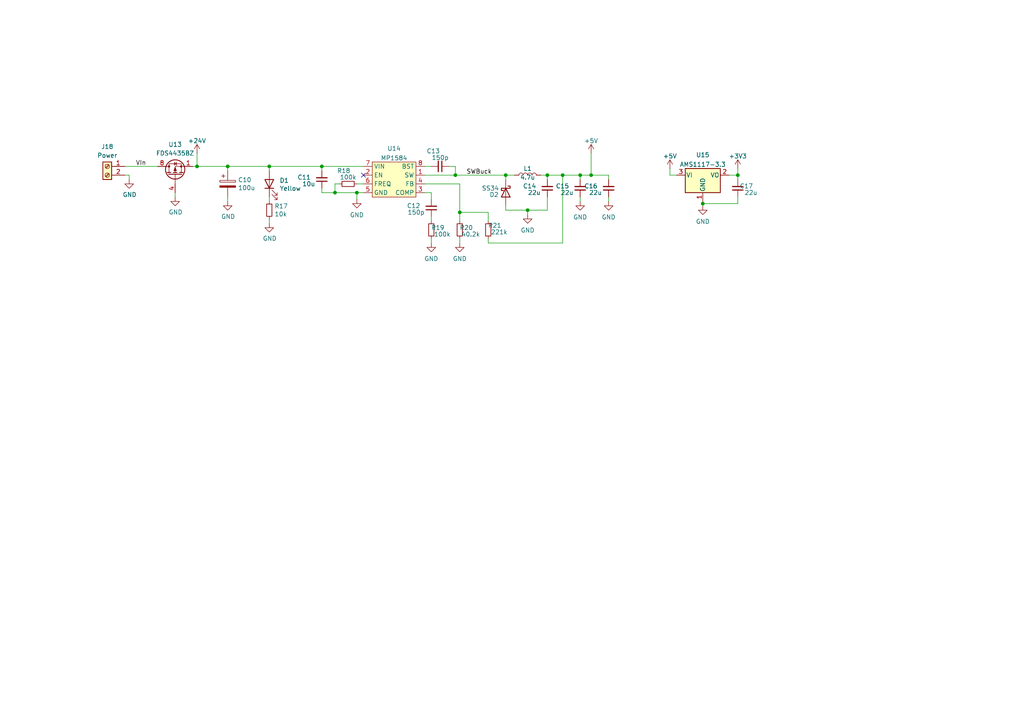
<source format=kicad_sch>
(kicad_sch (version 20211123) (generator eeschema)
  (paper "A4")
  (lib_symbols
    (symbol "Connector:Screw_Terminal_01x02" (pin_names (offset 1.016) hide)
      (property "Reference" "J" (at 0 2.54 0))
      (property "Value" "Screw_Terminal_01x02" (at 0 -5.08 0))
      (symbol "Screw_Terminal_01x02_1_1"
        (rectangle (start -1.27 1.27) (end 1.27 -3.81) (stroke (width 0.254)) (fill (type background)))
        (circle (center 0 -2.54) (radius 0.635) (stroke (width 0.1524)))
        (polyline (pts (xy -0.5334 -2.2098) (xy 0.3302 -3.048)) (stroke (width 0.1524)))
        (polyline (pts (xy -0.5334 0.3302) (xy 0.3302 -0.508)) (stroke (width 0.1524)))
        (polyline (pts (xy -0.3556 -2.032) (xy 0.508 -2.8702)) (stroke (width 0.1524)))
        (polyline (pts (xy -0.3556 0.508) (xy 0.508 -0.3302)) (stroke (width 0.1524)))
        (circle (center 0 0) (radius 0.635) (stroke (width 0.1524)))
        (pin passive line (at -5.08 0 0) (length 3.81) (name "Pin_1") (number "1"))
        (pin passive line (at -5.08 -2.54 0) (length 3.81) (name "Pin_2") (number "2"))
      )
    )
    (symbol "Custom:MP1584"
      (property "Reference" "U" (at 3.81 5.08 0))
      (property "Value" "MP1584" (at -2.54 5.08 0))
      (symbol "MP1584_0_1"
        (rectangle (start -6.35 3.81) (end 6.35 -6.35) (stroke (width 0.1524)) (fill (type background)))
      )
      (symbol "MP1584_1_1"
        (pin power_out line (at 8.89 0 180) (length 2.54) (name "SW") (number "1"))
        (pin input line (at -8.89 0 0) (length 2.54) (name "EN") (number "2"))
        (pin input line (at 8.89 -5.08 180) (length 2.54) (name "COMP") (number "3"))
        (pin input line (at 8.89 -2.54 180) (length 2.54) (name "FB") (number "4"))
        (pin input line (at -8.89 -5.08 0) (length 2.54) (name "GND") (number "5"))
        (pin input line (at -8.89 -2.54 0) (length 2.54) (name "FREQ") (number "6"))
        (pin power_in line (at -8.89 2.54 0) (length 2.54) (name "VIN") (number "7"))
        (pin input line (at 8.89 2.54 180) (length 2.54) (name "BST") (number "8"))
      )
    )
    (symbol "Device:CP" (pin_numbers hide) (pin_names (offset 0.254))
      (property "Reference" "C" (at 0.635 2.54 0))
      (property "Value" "Device_CP" (at 0.635 -2.54 0))
      (symbol "CP_0_1"
        (rectangle (start -2.286 0.508) (end 2.286 1.016))
        (polyline (pts (xy -1.778 2.286) (xy -0.762 2.286)))
        (polyline (pts (xy -1.27 2.794) (xy -1.27 1.778)))
        (rectangle (start 2.286 -0.508) (end -2.286 -1.016) (fill (type outline)))
      )
      (symbol "CP_1_1"
        (pin passive line (at 0 3.81 270) (length 2.794) (name "~") (number "1"))
        (pin passive line (at 0 -3.81 90) (length 2.794) (name "~") (number "2"))
      )
    )
    (symbol "Device:C_Small" (pin_numbers hide) (pin_names (offset 0.254) hide)
      (property "Reference" "C" (at 0.254 1.778 0))
      (property "Value" "C_Small" (at 0.254 -2.032 0))
      (symbol "C_Small_0_1"
        (polyline (pts (xy -1.524 -0.508) (xy 1.524 -0.508)) (stroke (width 0.3302)))
        (polyline (pts (xy -1.524 0.508) (xy 1.524 0.508)) (stroke (width 0.3048)))
      )
      (symbol "C_Small_1_1"
        (pin passive line (at 0 2.54 270) (length 2.032) (name "~") (number "1"))
        (pin passive line (at 0 -2.54 90) (length 2.032) (name "~") (number "2"))
      )
    )
    (symbol "Device:D_Schottky" (pin_numbers hide) (pin_names (offset 1.016) hide)
      (property "Reference" "D" (at 0 2.54 0))
      (property "Value" "D_Schottky" (at 0 -2.54 0))
      (symbol "D_Schottky_0_1"
        (polyline (pts (xy 1.27 0) (xy -1.27 0)))
        (polyline (pts (xy 1.27 1.27) (xy 1.27 -1.27) (xy -1.27 0) (xy 1.27 1.27)) (stroke (width 0.254)))
        (polyline (pts (xy -1.905 0.635) (xy -1.905 1.27) (xy -1.27 1.27) (xy -1.27 -1.27) (xy -0.635 -1.27) (xy -0.635 -0.635)) (stroke (width 0.254)))
      )
      (symbol "D_Schottky_1_1"
        (pin passive line (at -3.81 0 0) (length 2.54) (name "K") (number "1"))
        (pin passive line (at 3.81 0 180) (length 2.54) (name "A") (number "2"))
      )
    )
    (symbol "Device:L" (pin_numbers hide) (pin_names (offset 1.016) hide)
      (property "Reference" "L" (at -1.27 0 90))
      (property "Value" "L" (at 1.905 0 90))
      (symbol "L_0_1"
        (arc (start 0 -2.54) (mid 0.635 -1.905) (end 0 -1.27))
        (arc (start 0 -1.27) (mid 0.635 -0.635) (end 0 0))
        (arc (start 0 0) (mid 0.635 0.635) (end 0 1.27))
        (arc (start 0 1.27) (mid 0.635 1.905) (end 0 2.54))
      )
      (symbol "L_1_1"
        (pin passive line (at 0 3.81 270) (length 1.27) (name "1") (number "1"))
        (pin passive line (at 0 -3.81 90) (length 1.27) (name "2") (number "2"))
      )
    )
    (symbol "Device:LED" (pin_numbers hide) (pin_names (offset 1.016) hide)
      (property "Reference" "D" (at 0 2.54 0))
      (property "Value" "LED" (at 0 -2.54 0))
      (symbol "LED_0_1"
        (polyline (pts (xy -1.27 -1.27) (xy -1.27 1.27)) (stroke (width 0.254)))
        (polyline (pts (xy -1.27 0) (xy 1.27 0)))
        (polyline (pts (xy 1.27 -1.27) (xy 1.27 1.27) (xy -1.27 0) (xy 1.27 -1.27)) (stroke (width 0.254)))
        (polyline (pts (xy -3.048 -0.762) (xy -4.572 -2.286) (xy -3.81 -2.286) (xy -4.572 -2.286) (xy -4.572 -1.524)))
        (polyline (pts (xy -1.778 -0.762) (xy -3.302 -2.286) (xy -2.54 -2.286) (xy -3.302 -2.286) (xy -3.302 -1.524)))
      )
      (symbol "LED_1_1"
        (pin passive line (at -3.81 0 0) (length 2.54) (name "K") (number "1"))
        (pin passive line (at 3.81 0 180) (length 2.54) (name "A") (number "2"))
      )
    )
    (symbol "Device:R_Small" (pin_numbers hide) (pin_names (offset 0.254) hide)
      (property "Reference" "R" (at 0.762 0.508 0))
      (property "Value" "R_Small" (at 0.762 -1.016 0))
      (symbol "R_Small_0_1"
        (rectangle (start -0.762 1.778) (end 0.762 -1.778) (stroke (width 0.2032)))
      )
      (symbol "R_Small_1_1"
        (pin passive line (at 0 2.54 270) (length 0.762) (name "~") (number "1"))
        (pin passive line (at 0 -2.54 90) (length 0.762) (name "~") (number "2"))
      )
    )
    (symbol "Regulator_Linear:AMS1117-3.3" (pin_names (offset 0.254))
      (property "Reference" "U" (at -3.81 3.175 0))
      (property "Value" "AMS1117-3.3" (at 0 3.175 0))
      (symbol "AMS1117-3.3_0_1"
        (rectangle (start -5.08 -5.08) (end 5.08 1.905) (stroke (width 0.254)) (fill (type background)))
      )
      (symbol "AMS1117-3.3_1_1"
        (pin power_in line (at 0 -7.62 90) (length 2.54) (name "GND") (number "1"))
        (pin power_out line (at 7.62 0 180) (length 2.54) (name "VO") (number "2"))
        (pin power_in line (at -7.62 0 0) (length 2.54) (name "VI") (number "3"))
      )
    )
    (symbol "index:FDS4435BZ" (pin_names hide)
      (property "Reference" "Q" (at 5.08 1.905 0))
      (property "Value" "FDS4435BZ" (at 5.08 0 0))
      (symbol "FDS4435BZ_0_1"
        (polyline (pts (xy 0.254 0) (xy -2.54 0)))
        (polyline (pts (xy 0.254 1.905) (xy 0.254 -1.905)) (stroke (width 0.254)))
        (polyline (pts (xy 0.762 -1.27) (xy 0.762 -2.286)) (stroke (width 0.254)))
        (polyline (pts (xy 0.762 0.508) (xy 0.762 -0.508)) (stroke (width 0.254)))
        (polyline (pts (xy 0.762 2.286) (xy 0.762 1.27)) (stroke (width 0.254)))
        (polyline (pts (xy 2.54 2.54) (xy 2.54 1.778)))
        (polyline (pts (xy 2.54 -2.54) (xy 2.54 0) (xy 0.762 0)))
        (polyline (pts (xy 0.762 1.778) (xy 3.302 1.778) (xy 3.302 -1.778) (xy 0.762 -1.778)))
        (polyline (pts (xy 2.286 0) (xy 1.27 0.381) (xy 1.27 -0.381) (xy 2.286 0)) (fill (type outline)))
        (polyline (pts (xy 2.794 -0.508) (xy 2.921 -0.381) (xy 3.683 -0.381) (xy 3.81 -0.254)))
        (polyline (pts (xy 3.302 -0.381) (xy 2.921 0.254) (xy 3.683 0.254) (xy 3.302 -0.381)))
        (circle (center 1.651 0) (radius 2.794) (stroke (width 0.254)))
        (circle (center 2.54 -1.778) (radius 0.254) (fill (type outline)))
        (circle (center 2.54 1.778) (radius 0.254) (fill (type outline)))
      )
      (symbol "FDS4435BZ_1_1"
        (pin passive line (at 2.54 -5.08 90) (length 2.54) (name "S") (number "1"))
        (pin passive line (at 2.54 -5.08 90) (length 2.54) hide (name "S") (number "2"))
        (pin passive line (at 2.54 -5.08 90) (length 2.54) hide (name "S") (number "3"))
        (pin passive line (at -5.08 0 0) (length 2.54) (name "G") (number "4"))
        (pin passive line (at 2.54 5.08 270) (length 2.54) hide (name "D") (number "5"))
        (pin passive line (at 2.54 5.08 270) (length 2.54) hide (name "D") (number "6"))
        (pin passive line (at 2.54 5.08 270) (length 2.54) hide (name "D") (number "7"))
        (pin passive line (at 2.54 5.08 270) (length 2.54) (name "D") (number "8"))
      )
    )
    (symbol "power:+24V" (power) (pin_names (offset 0))
      (property "Value" "+24V" (at 0 3.556 0))
      (symbol "+24V_0_1"
        (polyline (pts (xy -0.762 1.27) (xy 0 2.54)))
        (polyline (pts (xy 0 0) (xy 0 2.54)))
        (polyline (pts (xy 0 2.54) (xy 0.762 1.27)))
      )
      (symbol "+24V_1_1"
        (pin power_in line (at 0 0 90) (length 0) hide (name "+24V") (number "1"))
      )
    )
    (symbol "power:+3V3" (power) (pin_names (offset 0))
      (property "Value" "+3V3" (at 0 3.556 0))
      (symbol "+3V3_0_1"
        (polyline (pts (xy -0.762 1.27) (xy 0 2.54)))
        (polyline (pts (xy 0 0) (xy 0 2.54)))
        (polyline (pts (xy 0 2.54) (xy 0.762 1.27)))
      )
      (symbol "+3V3_1_1"
        (pin power_in line (at 0 0 90) (length 0) hide (name "+3V3") (number "1"))
      )
    )
    (symbol "power:+5V" (power) (pin_names (offset 0))
      (property "Value" "+5V" (at 0 3.556 0))
      (symbol "+5V_0_1"
        (polyline (pts (xy -0.762 1.27) (xy 0 2.54)))
        (polyline (pts (xy 0 0) (xy 0 2.54)))
        (polyline (pts (xy 0 2.54) (xy 0.762 1.27)))
      )
      (symbol "+5V_1_1"
        (pin power_in line (at 0 0 90) (length 0) hide (name "+5V") (number "1"))
      )
    )
    (symbol "power:GND" (power) (pin_names (offset 0))
      (property "Value" "GND" (at 0 -3.81 0))
      (symbol "GND_0_1"
        (polyline (pts (xy 0 0) (xy 0 -1.27) (xy 1.27 -1.27) (xy 0 -2.54) (xy -1.27 -1.27) (xy 0 -1.27)))
      )
      (symbol "GND_1_1"
        (pin power_in line (at 0 0 270) (length 0) hide (name "GND") (number "1"))
      )
    )
  )
  (junction (at 163.195 50.8))
  (junction (at 168.275 50.8))
  (junction (at 153.035 60.96))
  (junction (at 158.75 50.8))
  (junction (at 93.345 48.26))
  (junction (at 66.04 48.26))
  (junction (at 103.505 55.88))
  (junction (at 57.15 48.26))
  (junction (at 213.995 50.8))
  (junction (at 133.35 61.595))
  (junction (at 97.155 55.88))
  (junction (at 132.08 50.8))
  (junction (at 171.45 50.8))
  (junction (at 146.685 50.8))
  (junction (at 203.835 59.055))
  (junction (at 78.105 48.26))
  (no_connect (at 105.41 50.8))
  (wire (pts (xy 176.53 50.8) (xy 176.53 52.07)))
  (wire (pts (xy 132.08 50.8) (xy 146.685 50.8)))
  (wire (pts (xy 171.45 50.8) (xy 176.53 50.8)))
  (wire (pts (xy 163.195 50.8) (xy 163.195 70.485)))
  (wire (pts (xy 158.75 50.8) (xy 158.75 52.07)))
  (wire (pts (xy 97.155 53.34) (xy 97.155 55.88)))
  (wire (pts (xy 125.095 55.88) (xy 125.095 57.785)))
  (wire (pts (xy 213.995 59.055) (xy 213.995 57.15)))
  (wire (pts (xy 213.995 48.895) (xy 213.995 50.8)))
  (wire (pts (xy 171.45 44.45) (xy 171.45 50.8)))
  (wire (pts (xy 158.75 50.8) (xy 163.195 50.8)))
  (wire (pts (xy 133.35 70.485) (xy 133.35 69.215)))
  (wire (pts (xy 103.505 55.88) (xy 105.41 55.88)))
  (wire (pts (xy 123.19 55.88) (xy 125.095 55.88)))
  (wire (pts (xy 123.19 50.8) (xy 132.08 50.8)))
  (wire (pts (xy 146.685 50.8) (xy 146.685 52.07)))
  (wire (pts (xy 37.465 50.8) (xy 36.195 50.8)))
  (wire (pts (xy 168.275 50.8) (xy 171.45 50.8)))
  (wire (pts (xy 93.345 55.88) (xy 97.155 55.88)))
  (wire (pts (xy 78.105 48.26) (xy 78.105 49.53)))
  (wire (pts (xy 125.095 64.135) (xy 125.095 62.865)))
  (wire (pts (xy 125.095 48.26) (xy 123.19 48.26)))
  (wire (pts (xy 93.345 49.53) (xy 93.345 48.26)))
  (wire (pts (xy 211.455 50.8) (xy 213.995 50.8)))
  (wire (pts (xy 36.195 48.26) (xy 45.72 48.26)))
  (wire (pts (xy 123.19 53.34) (xy 133.35 53.34)))
  (wire (pts (xy 146.685 59.69) (xy 146.685 60.96)))
  (wire (pts (xy 93.345 54.61) (xy 93.345 55.88)))
  (wire (pts (xy 103.505 57.785) (xy 103.505 55.88)))
  (wire (pts (xy 132.08 50.8) (xy 132.08 48.26)))
  (wire (pts (xy 194.31 48.895) (xy 194.31 50.8)))
  (wire (pts (xy 133.35 53.34) (xy 133.35 61.595)))
  (wire (pts (xy 153.035 60.96) (xy 153.035 62.23)))
  (wire (pts (xy 168.275 58.42) (xy 168.275 57.15)))
  (wire (pts (xy 141.605 61.595) (xy 141.605 64.135)))
  (wire (pts (xy 93.345 48.26) (xy 105.41 48.26)))
  (wire (pts (xy 194.31 50.8) (xy 196.215 50.8)))
  (wire (pts (xy 133.35 61.595) (xy 133.35 64.135)))
  (wire (pts (xy 203.835 59.055) (xy 203.835 59.69)))
  (wire (pts (xy 141.605 70.485) (xy 141.605 69.215)))
  (wire (pts (xy 158.75 60.96) (xy 158.75 57.15)))
  (wire (pts (xy 98.425 53.34) (xy 97.155 53.34)))
  (wire (pts (xy 66.04 48.26) (xy 78.105 48.26)))
  (wire (pts (xy 168.275 52.07) (xy 168.275 50.8)))
  (wire (pts (xy 97.155 55.88) (xy 103.505 55.88)))
  (wire (pts (xy 103.505 53.34) (xy 105.41 53.34)))
  (wire (pts (xy 213.995 52.07) (xy 213.995 50.8)))
  (wire (pts (xy 176.53 58.42) (xy 176.53 57.15)))
  (wire (pts (xy 37.465 52.07) (xy 37.465 50.8)))
  (wire (pts (xy 132.08 48.26) (xy 130.175 48.26)))
  (wire (pts (xy 153.035 60.96) (xy 158.75 60.96)))
  (wire (pts (xy 78.105 58.42) (xy 78.105 57.15)))
  (wire (pts (xy 133.35 61.595) (xy 141.605 61.595)))
  (wire (pts (xy 66.04 58.42) (xy 66.04 57.15)))
  (wire (pts (xy 125.095 70.485) (xy 125.095 69.215)))
  (wire (pts (xy 78.105 48.26) (xy 93.345 48.26)))
  (wire (pts (xy 55.88 48.26) (xy 57.15 48.26)))
  (wire (pts (xy 78.105 64.77) (xy 78.105 63.5)))
  (wire (pts (xy 146.685 50.8) (xy 149.225 50.8)))
  (wire (pts (xy 203.835 58.42) (xy 203.835 59.055)))
  (wire (pts (xy 156.845 50.8) (xy 158.75 50.8)))
  (wire (pts (xy 163.195 50.8) (xy 168.275 50.8)))
  (wire (pts (xy 66.04 48.26) (xy 66.04 49.53)))
  (wire (pts (xy 50.8 55.88) (xy 50.8 57.15)))
  (wire (pts (xy 146.685 60.96) (xy 153.035 60.96)))
  (wire (pts (xy 203.835 59.055) (xy 213.995 59.055)))
  (wire (pts (xy 57.15 48.26) (xy 66.04 48.26)))
  (wire (pts (xy 163.195 70.485) (xy 141.605 70.485)))
  (wire (pts (xy 57.15 44.45) (xy 57.15 48.26)))
  (label "VIn" (at 39.37 48.26 0))
  (label "SWBuck" (at 135.255 50.8 0))
  (symbol (lib_id "index:FDS4435BZ") (at 50.8 50.8 90) (unit 1)
    (property "Reference" "U13" (at 50.8 41.91 90))
    (property "Value" "FDS4435BZ" (at 50.8 44.45 90))
    (property "Footprint" "Package_SO:SO-8_3.9x4.9mm_P1.27mm" (effects hide))
    (property "JLCPCB" "C23931" (effects hide))
    (property "LCSC" "C23931" (effects hide))
    (property "Digikey" "FDS4435BZCT-ND" (effects hide))
    (property "Mouser" "512-FDS4435BZ" (effects hide))
  )
  (symbol (lib_id "Device:C_Small") (at 213.995 54.61 0) (mirror x) (unit 1)
    (property "Reference" "C17" (at 218.44 53.975 0) (effects (justify right)))
    (property "Value" "22u" (at 219.71 55.88 0) (effects (justify right)))
    (property "Footprint" "Capacitor_SMD:C_0805_2012Metric_Pad1.18x1.45mm_HandSolder" (effects hide))
  )
  (symbol (lib_id "Device:R_Small") (at 125.095 66.675 180) (unit 1)
    (property "Reference" "R19" (at 127 66.04 0))
    (property "Value" "100k" (at 128.27 67.945 0))
    (property "Footprint" "Resistor_SMD:R_0805_2012Metric_Pad1.20x1.40mm_HandSolder" (effects hide))
  )
  (symbol (lib_id "Device:C_Small") (at 168.275 54.61 0) (mirror x) (unit 1)
    (property "Reference" "C15" (at 165.1 53.975 0) (effects (justify right)))
    (property "Value" "22u" (at 166.37 55.88 0) (effects (justify right)))
    (property "Footprint" "Capacitor_SMD:C_0805_2012Metric_Pad1.18x1.45mm_HandSolder" (effects hide))
  )
  (symbol (lib_id "power:+5V") (at 171.45 44.45 0) (unit 1)
    (property "Reference" "#PWR0100" (effects hide))
    (property "Value" "+5V" (at 171.45 40.8455 0))
  )
  (symbol (lib_id "power:GND") (at 168.275 58.42 0) (unit 1)
    (property "Reference" "#PWR099" (effects hide))
    (property "Value" "GND" (at 168.275 62.9825 0))
  )
  (symbol (lib_id "power:GND") (at 153.035 62.23 0) (unit 1)
    (property "Reference" "#PWR098" (effects hide))
    (property "Value" "GND" (at 153.035 66.7925 0))
  )
  (symbol (lib_id "Device:C_Small") (at 125.095 60.325 0) (mirror x) (unit 1)
    (property "Reference" "C12" (at 121.92 59.69 0) (effects (justify right)))
    (property "Value" "150p" (at 123.19 61.595 0) (effects (justify right)))
    (property "Footprint" "Capacitor_SMD:C_0805_2012Metric_Pad1.18x1.45mm_HandSolder" (effects hide))
  )
  (symbol (lib_id "power:GND") (at 176.53 58.42 0) (unit 1)
    (property "Reference" "#PWR0101" (effects hide))
    (property "Value" "GND" (at 176.53 62.9825 0))
  )
  (symbol (lib_id "power:GND") (at 125.095 70.485 0) (unit 1)
    (property "Reference" "#PWR096" (effects hide))
    (property "Value" "GND" (at 125.095 75.0475 0))
  )
  (symbol (lib_id "Device:D_Schottky") (at 146.685 55.88 270) (unit 1)
    (property "Reference" "D2" (at 144.653 56.471 90) (effects (justify right)))
    (property "Value" "SS34" (at 144.78 54.61 90) (effects (justify right)))
    (property "Footprint" "Diode_SMD:D_SMC" (effects hide))
  )
  (symbol (lib_id "Device:L") (at 153.035 50.8 90) (unit 1)
    (property "Reference" "L1" (at 153.035 48.895 90))
    (property "Value" "4.7u" (at 153.035 51.435 90))
    (property "Footprint" "Inductor_SMD:L_10.4x10.4_H4.8" (effects hide))
  )
  (symbol (lib_id "Device:CP") (at 66.04 53.34 0) (unit 1)
    (property "Reference" "C10" (at 69.0372 52.1716 0) (effects (justify left)))
    (property "Value" "100u" (at 69.0372 54.483 0) (effects (justify left)))
    (property "Footprint" "Capacitor_SMD:CP_Elec_6.3x7.7" (effects hide))
    (property "Digikey" "493-2203-1-ND" (effects hide))
    (property "JLCPCB" "C99837" (effects hide))
    (property "LCSC" "C3339" (effects hide))
    (property "Mouser" "647-UWT1V101MCL1S" (effects hide))
  )
  (symbol (lib_id "power:+3V3") (at 213.995 48.895 0) (unit 1)
    (property "Reference" "#PWR0104" (effects hide))
    (property "Value" "+3V3" (at 213.995 45.2905 0))
  )
  (symbol (lib_id "Device:R_Small") (at 133.35 66.675 180) (unit 1)
    (property "Reference" "R20" (at 135.255 66.04 0))
    (property "Value" "40.2k" (at 136.525 67.945 0))
    (property "Footprint" "Resistor_SMD:R_0805_2012Metric_Pad1.20x1.40mm_HandSolder" (effects hide))
  )
  (symbol (lib_id "power:+24V") (at 57.15 44.45 0) (unit 1)
    (property "Reference" "#PWR092" (effects hide))
    (property "Value" "+24V" (at 57.15 40.8455 0))
  )
  (symbol (lib_id "power:+5V") (at 194.31 48.895 0) (unit 1)
    (property "Reference" "#PWR0102" (effects hide))
    (property "Value" "+5V" (at 194.31 45.2905 0))
  )
  (symbol (lib_id "Device:C_Small") (at 158.75 54.61 0) (mirror x) (unit 1)
    (property "Reference" "C14" (at 155.575 53.975 0) (effects (justify right)))
    (property "Value" "22u" (at 156.845 55.88 0) (effects (justify right)))
    (property "Footprint" "Capacitor_SMD:C_0805_2012Metric_Pad1.18x1.45mm_HandSolder" (effects hide))
  )
  (symbol (lib_id "Regulator_Linear:AMS1117-3.3") (at 203.835 50.8 0) (unit 1)
    (property "Reference" "U15" (at 203.835 44.9285 0))
    (property "Value" "AMS1117-3.3" (at 203.835 47.7036 0))
    (property "Footprint" "Package_TO_SOT_SMD:SOT-223-3_TabPin2" (effects hide))
    (property "Datasheet" "http://www.advanced-monolithic.com/pdf/ds1117.pdf" (effects hide))
  )
  (symbol (lib_id "power:GND") (at 203.835 59.69 0) (unit 1)
    (property "Reference" "#PWR0103" (effects hide))
    (property "Value" "GND" (at 203.835 64.2525 0))
  )
  (symbol (lib_id "Device:R_Small") (at 78.105 60.96 0) (unit 1)
    (property "Reference" "R17" (at 79.6036 59.7916 0) (effects (justify left)))
    (property "Value" "10k" (at 79.6036 62.103 0) (effects (justify left)))
    (property "Footprint" "Resistor_SMD:R_0805_2012Metric_Pad1.20x1.40mm_HandSolder" (effects hide))
    (property "Digikey" "RMCF0805FT10K0CT-ND" (effects hide))
    (property "JLCPCB" "C17414" (effects hide))
    (property "LCSC" "C115295" (effects hide))
    (property "Mouser" "71-CRCW080510K0FKEAC" (effects hide))
  )
  (symbol (lib_id "Device:LED") (at 78.105 53.34 90) (unit 1)
    (property "Reference" "D1" (at 81.0768 52.3494 90) (effects (justify right)))
    (property "Value" "Yellow" (at 81.0768 54.6608 90) (effects (justify right)))
    (property "Footprint" "LED_SMD:LED_0805_2012Metric" (effects hide))
    (property "Digikey" "732-4987-1-ND" (effects hide))
    (property "JLCPCB" "C2296" (effects hide))
    (property "LCSC" "C779458" (effects hide))
    (property "Mouser" "710-150080YS75000" (effects hide))
  )
  (symbol (lib_id "power:GND") (at 37.465 52.07 0) (unit 1)
    (property "Reference" "#PWR090" (effects hide))
    (property "Value" "GND" (at 37.592 56.4642 0))
  )
  (symbol (lib_id "power:GND") (at 66.04 58.42 0) (unit 1)
    (property "Reference" "#PWR093" (effects hide))
    (property "Value" "GND" (at 66.167 62.8142 0))
  )
  (symbol (lib_id "power:GND") (at 103.505 57.785 0) (unit 1)
    (property "Reference" "#PWR095" (effects hide))
    (property "Value" "GND" (at 103.505 62.3475 0))
  )
  (symbol (lib_id "Device:C_Small") (at 93.345 52.07 0) (mirror x) (unit 1)
    (property "Reference" "C11" (at 90.17 51.435 0) (effects (justify right)))
    (property "Value" "10u" (at 91.44 53.34 0) (effects (justify right)))
    (property "Footprint" "Capacitor_SMD:C_0805_2012Metric_Pad1.18x1.45mm_HandSolder" (effects hide))
  )
  (symbol (lib_id "power:GND") (at 133.35 70.485 0) (unit 1)
    (property "Reference" "#PWR097" (effects hide))
    (property "Value" "GND" (at 133.35 75.0475 0))
  )
  (symbol (lib_id "Device:C_Small") (at 127.635 48.26 270) (unit 1)
    (property "Reference" "C13" (at 127.635 43.815 90) (effects (justify right)))
    (property "Value" "150p" (at 130.175 45.72 90) (effects (justify right)))
    (property "Footprint" "Capacitor_SMD:C_0805_2012Metric_Pad1.18x1.45mm_HandSolder" (effects hide))
  )
  (symbol (lib_id "power:GND") (at 78.105 64.77 0) (unit 1)
    (property "Reference" "#PWR094" (effects hide))
    (property "Value" "GND" (at 78.232 69.1642 0))
  )
  (symbol (lib_id "Connector:Screw_Terminal_01x02") (at 31.115 48.26 0) (mirror y) (unit 1)
    (property "Reference" "J18" (at 31.115 42.545 0))
    (property "Value" "Power" (at 31.115 45.085 0))
    (property "Footprint" "TerminalBlock_Phoenix:TerminalBlock_Phoenix_MKDS-1,5-2_1x02_P5.00mm_Horizontal" (effects hide))
    (property "JLCPCB" "C8269" (effects hide))
    (property "LCSC" "C8269" (effects hide))
  )
  (symbol (lib_id "Custom:MP1584") (at 114.3 50.8 0) (unit 1)
    (property "Reference" "U14" (at 114.3 43.0743 0))
    (property "Value" "MP1584" (at 114.3 45.8494 0))
    (property "Footprint" "Custom:SOIC-8-1EP_3.9x4.9mm_P1.27mm_EP2.62x3.51mm_ThermalVias" (effects hide))
  )
  (symbol (lib_id "Device:R_Small") (at 141.605 66.675 180) (unit 1)
    (property "Reference" "R21" (at 143.51 65.405 0))
    (property "Value" "221k" (at 144.78 67.31 0))
    (property "Footprint" "Resistor_SMD:R_0805_2012Metric_Pad1.20x1.40mm_HandSolder" (effects hide))
  )
  (symbol (lib_id "Device:C_Small") (at 176.53 54.61 0) (mirror x) (unit 1)
    (property "Reference" "C16" (at 173.355 53.975 0) (effects (justify right)))
    (property "Value" "22u" (at 174.625 55.88 0) (effects (justify right)))
    (property "Footprint" "Capacitor_SMD:C_0805_2012Metric_Pad1.18x1.45mm_HandSolder" (effects hide))
  )
  (symbol (lib_id "power:GND") (at 50.8 57.15 0) (unit 1)
    (property "Reference" "#PWR091" (effects hide))
    (property "Value" "GND" (at 50.927 61.5442 0))
  )
  (symbol (lib_id "Device:R_Small") (at 100.965 53.34 90) (unit 1)
    (property "Reference" "R18" (at 99.695 49.53 90))
    (property "Value" "100k" (at 100.965 51.412 90))
    (property "Footprint" "Resistor_SMD:R_0805_2012Metric_Pad1.20x1.40mm_HandSolder" (effects hide))
  )
)
</source>
